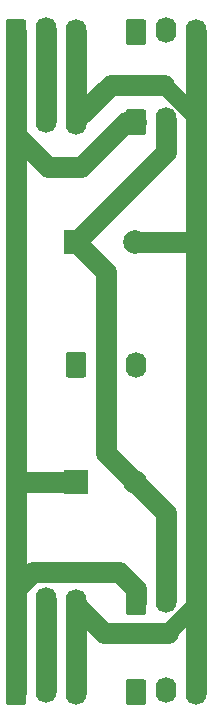
<source format=gbr>
G04 #@! TF.GenerationSoftware,KiCad,Pcbnew,(5.1.5-0-10_14)*
G04 #@! TF.CreationDate,2020-11-05T18:46:50+01:00*
G04 #@! TF.ProjectId,vm000-powerdist,766d3030-302d-4706-9f77-657264697374,rev?*
G04 #@! TF.SameCoordinates,Original*
G04 #@! TF.FileFunction,Copper,L2,Bot*
G04 #@! TF.FilePolarity,Positive*
%FSLAX46Y46*%
G04 Gerber Fmt 4.6, Leading zero omitted, Abs format (unit mm)*
G04 Created by KiCad (PCBNEW (5.1.5-0-10_14)) date 2020-11-05 18:46:50*
%MOMM*%
%LPD*%
G04 APERTURE LIST*
%ADD10C,2.000000*%
%ADD11R,2.000000X2.000000*%
%ADD12O,1.740000X2.200000*%
%ADD13C,0.100000*%
%ADD14C,1.800000*%
%ADD15C,1.500000*%
G04 APERTURE END LIST*
D10*
X165020000Y-78740000D03*
D11*
X160020000Y-78740000D03*
D10*
X165020000Y-99060000D03*
D11*
X160020000Y-99060000D03*
D12*
X165100000Y-89100000D03*
X162560000Y-88900000D03*
G04 #@! TA.AperFunction,ComponentPad*
D13*
G36*
X160664505Y-88001204D02*
G01*
X160688773Y-88004804D01*
X160712572Y-88010765D01*
X160735671Y-88019030D01*
X160757850Y-88029520D01*
X160778893Y-88042132D01*
X160798599Y-88056747D01*
X160816777Y-88073223D01*
X160833253Y-88091401D01*
X160847868Y-88111107D01*
X160860480Y-88132150D01*
X160870970Y-88154329D01*
X160879235Y-88177428D01*
X160885196Y-88201227D01*
X160888796Y-88225495D01*
X160890000Y-88249999D01*
X160890000Y-89950001D01*
X160888796Y-89974505D01*
X160885196Y-89998773D01*
X160879235Y-90022572D01*
X160870970Y-90045671D01*
X160860480Y-90067850D01*
X160847868Y-90088893D01*
X160833253Y-90108599D01*
X160816777Y-90126777D01*
X160798599Y-90143253D01*
X160778893Y-90157868D01*
X160757850Y-90170480D01*
X160735671Y-90180970D01*
X160712572Y-90189235D01*
X160688773Y-90195196D01*
X160664505Y-90198796D01*
X160640001Y-90200000D01*
X159399999Y-90200000D01*
X159375495Y-90198796D01*
X159351227Y-90195196D01*
X159327428Y-90189235D01*
X159304329Y-90180970D01*
X159282150Y-90170480D01*
X159261107Y-90157868D01*
X159241401Y-90143253D01*
X159223223Y-90126777D01*
X159206747Y-90108599D01*
X159192132Y-90088893D01*
X159179520Y-90067850D01*
X159169030Y-90045671D01*
X159160765Y-90022572D01*
X159154804Y-89998773D01*
X159151204Y-89974505D01*
X159150000Y-89950001D01*
X159150000Y-88249999D01*
X159151204Y-88225495D01*
X159154804Y-88201227D01*
X159160765Y-88177428D01*
X159169030Y-88154329D01*
X159179520Y-88132150D01*
X159192132Y-88111107D01*
X159206747Y-88091401D01*
X159223223Y-88073223D01*
X159241401Y-88056747D01*
X159261107Y-88042132D01*
X159282150Y-88029520D01*
X159304329Y-88019030D01*
X159327428Y-88010765D01*
X159351227Y-88004804D01*
X159375495Y-88001204D01*
X159399999Y-88000000D01*
X160640001Y-88000000D01*
X160664505Y-88001204D01*
G37*
G04 #@! TD.AperFunction*
D12*
X170180000Y-68580000D03*
X167640000Y-68380000D03*
G04 #@! TA.AperFunction,ComponentPad*
D13*
G36*
X165744505Y-67481204D02*
G01*
X165768773Y-67484804D01*
X165792572Y-67490765D01*
X165815671Y-67499030D01*
X165837850Y-67509520D01*
X165858893Y-67522132D01*
X165878599Y-67536747D01*
X165896777Y-67553223D01*
X165913253Y-67571401D01*
X165927868Y-67591107D01*
X165940480Y-67612150D01*
X165950970Y-67634329D01*
X165959235Y-67657428D01*
X165965196Y-67681227D01*
X165968796Y-67705495D01*
X165970000Y-67729999D01*
X165970000Y-69430001D01*
X165968796Y-69454505D01*
X165965196Y-69478773D01*
X165959235Y-69502572D01*
X165950970Y-69525671D01*
X165940480Y-69547850D01*
X165927868Y-69568893D01*
X165913253Y-69588599D01*
X165896777Y-69606777D01*
X165878599Y-69623253D01*
X165858893Y-69637868D01*
X165837850Y-69650480D01*
X165815671Y-69660970D01*
X165792572Y-69669235D01*
X165768773Y-69675196D01*
X165744505Y-69678796D01*
X165720001Y-69680000D01*
X164479999Y-69680000D01*
X164455495Y-69678796D01*
X164431227Y-69675196D01*
X164407428Y-69669235D01*
X164384329Y-69660970D01*
X164362150Y-69650480D01*
X164341107Y-69637868D01*
X164321401Y-69623253D01*
X164303223Y-69606777D01*
X164286747Y-69588599D01*
X164272132Y-69568893D01*
X164259520Y-69547850D01*
X164249030Y-69525671D01*
X164240765Y-69502572D01*
X164234804Y-69478773D01*
X164231204Y-69454505D01*
X164230000Y-69430001D01*
X164230000Y-67729999D01*
X164231204Y-67705495D01*
X164234804Y-67681227D01*
X164240765Y-67657428D01*
X164249030Y-67634329D01*
X164259520Y-67612150D01*
X164272132Y-67591107D01*
X164286747Y-67571401D01*
X164303223Y-67553223D01*
X164321401Y-67536747D01*
X164341107Y-67522132D01*
X164362150Y-67509520D01*
X164384329Y-67499030D01*
X164407428Y-67490765D01*
X164431227Y-67484804D01*
X164455495Y-67481204D01*
X164479999Y-67480000D01*
X165720001Y-67480000D01*
X165744505Y-67481204D01*
G37*
G04 #@! TD.AperFunction*
D12*
X160020000Y-116840000D03*
X157480000Y-116640000D03*
G04 #@! TA.AperFunction,ComponentPad*
D13*
G36*
X155584505Y-115741204D02*
G01*
X155608773Y-115744804D01*
X155632572Y-115750765D01*
X155655671Y-115759030D01*
X155677850Y-115769520D01*
X155698893Y-115782132D01*
X155718599Y-115796747D01*
X155736777Y-115813223D01*
X155753253Y-115831401D01*
X155767868Y-115851107D01*
X155780480Y-115872150D01*
X155790970Y-115894329D01*
X155799235Y-115917428D01*
X155805196Y-115941227D01*
X155808796Y-115965495D01*
X155810000Y-115989999D01*
X155810000Y-117690001D01*
X155808796Y-117714505D01*
X155805196Y-117738773D01*
X155799235Y-117762572D01*
X155790970Y-117785671D01*
X155780480Y-117807850D01*
X155767868Y-117828893D01*
X155753253Y-117848599D01*
X155736777Y-117866777D01*
X155718599Y-117883253D01*
X155698893Y-117897868D01*
X155677850Y-117910480D01*
X155655671Y-117920970D01*
X155632572Y-117929235D01*
X155608773Y-117935196D01*
X155584505Y-117938796D01*
X155560001Y-117940000D01*
X154319999Y-117940000D01*
X154295495Y-117938796D01*
X154271227Y-117935196D01*
X154247428Y-117929235D01*
X154224329Y-117920970D01*
X154202150Y-117910480D01*
X154181107Y-117897868D01*
X154161401Y-117883253D01*
X154143223Y-117866777D01*
X154126747Y-117848599D01*
X154112132Y-117828893D01*
X154099520Y-117807850D01*
X154089030Y-117785671D01*
X154080765Y-117762572D01*
X154074804Y-117738773D01*
X154071204Y-117714505D01*
X154070000Y-117690001D01*
X154070000Y-115989999D01*
X154071204Y-115965495D01*
X154074804Y-115941227D01*
X154080765Y-115917428D01*
X154089030Y-115894329D01*
X154099520Y-115872150D01*
X154112132Y-115851107D01*
X154126747Y-115831401D01*
X154143223Y-115813223D01*
X154161401Y-115796747D01*
X154181107Y-115782132D01*
X154202150Y-115769520D01*
X154224329Y-115759030D01*
X154247428Y-115750765D01*
X154271227Y-115744804D01*
X154295495Y-115741204D01*
X154319999Y-115740000D01*
X155560001Y-115740000D01*
X155584505Y-115741204D01*
G37*
G04 #@! TD.AperFunction*
D12*
X170180000Y-60960000D03*
X167640000Y-60760000D03*
G04 #@! TA.AperFunction,ComponentPad*
D13*
G36*
X165744505Y-59861204D02*
G01*
X165768773Y-59864804D01*
X165792572Y-59870765D01*
X165815671Y-59879030D01*
X165837850Y-59889520D01*
X165858893Y-59902132D01*
X165878599Y-59916747D01*
X165896777Y-59933223D01*
X165913253Y-59951401D01*
X165927868Y-59971107D01*
X165940480Y-59992150D01*
X165950970Y-60014329D01*
X165959235Y-60037428D01*
X165965196Y-60061227D01*
X165968796Y-60085495D01*
X165970000Y-60109999D01*
X165970000Y-61810001D01*
X165968796Y-61834505D01*
X165965196Y-61858773D01*
X165959235Y-61882572D01*
X165950970Y-61905671D01*
X165940480Y-61927850D01*
X165927868Y-61948893D01*
X165913253Y-61968599D01*
X165896777Y-61986777D01*
X165878599Y-62003253D01*
X165858893Y-62017868D01*
X165837850Y-62030480D01*
X165815671Y-62040970D01*
X165792572Y-62049235D01*
X165768773Y-62055196D01*
X165744505Y-62058796D01*
X165720001Y-62060000D01*
X164479999Y-62060000D01*
X164455495Y-62058796D01*
X164431227Y-62055196D01*
X164407428Y-62049235D01*
X164384329Y-62040970D01*
X164362150Y-62030480D01*
X164341107Y-62017868D01*
X164321401Y-62003253D01*
X164303223Y-61986777D01*
X164286747Y-61968599D01*
X164272132Y-61948893D01*
X164259520Y-61927850D01*
X164249030Y-61905671D01*
X164240765Y-61882572D01*
X164234804Y-61858773D01*
X164231204Y-61834505D01*
X164230000Y-61810001D01*
X164230000Y-60109999D01*
X164231204Y-60085495D01*
X164234804Y-60061227D01*
X164240765Y-60037428D01*
X164249030Y-60014329D01*
X164259520Y-59992150D01*
X164272132Y-59971107D01*
X164286747Y-59951401D01*
X164303223Y-59933223D01*
X164321401Y-59916747D01*
X164341107Y-59902132D01*
X164362150Y-59889520D01*
X164384329Y-59879030D01*
X164407428Y-59870765D01*
X164431227Y-59864804D01*
X164455495Y-59861204D01*
X164479999Y-59860000D01*
X165720001Y-59860000D01*
X165744505Y-59861204D01*
G37*
G04 #@! TD.AperFunction*
D12*
X170180000Y-116840000D03*
X167640000Y-116640000D03*
G04 #@! TA.AperFunction,ComponentPad*
D13*
G36*
X165744505Y-115741204D02*
G01*
X165768773Y-115744804D01*
X165792572Y-115750765D01*
X165815671Y-115759030D01*
X165837850Y-115769520D01*
X165858893Y-115782132D01*
X165878599Y-115796747D01*
X165896777Y-115813223D01*
X165913253Y-115831401D01*
X165927868Y-115851107D01*
X165940480Y-115872150D01*
X165950970Y-115894329D01*
X165959235Y-115917428D01*
X165965196Y-115941227D01*
X165968796Y-115965495D01*
X165970000Y-115989999D01*
X165970000Y-117690001D01*
X165968796Y-117714505D01*
X165965196Y-117738773D01*
X165959235Y-117762572D01*
X165950970Y-117785671D01*
X165940480Y-117807850D01*
X165927868Y-117828893D01*
X165913253Y-117848599D01*
X165896777Y-117866777D01*
X165878599Y-117883253D01*
X165858893Y-117897868D01*
X165837850Y-117910480D01*
X165815671Y-117920970D01*
X165792572Y-117929235D01*
X165768773Y-117935196D01*
X165744505Y-117938796D01*
X165720001Y-117940000D01*
X164479999Y-117940000D01*
X164455495Y-117938796D01*
X164431227Y-117935196D01*
X164407428Y-117929235D01*
X164384329Y-117920970D01*
X164362150Y-117910480D01*
X164341107Y-117897868D01*
X164321401Y-117883253D01*
X164303223Y-117866777D01*
X164286747Y-117848599D01*
X164272132Y-117828893D01*
X164259520Y-117807850D01*
X164249030Y-117785671D01*
X164240765Y-117762572D01*
X164234804Y-117738773D01*
X164231204Y-117714505D01*
X164230000Y-117690001D01*
X164230000Y-115989999D01*
X164231204Y-115965495D01*
X164234804Y-115941227D01*
X164240765Y-115917428D01*
X164249030Y-115894329D01*
X164259520Y-115872150D01*
X164272132Y-115851107D01*
X164286747Y-115831401D01*
X164303223Y-115813223D01*
X164321401Y-115796747D01*
X164341107Y-115782132D01*
X164362150Y-115769520D01*
X164384329Y-115759030D01*
X164407428Y-115750765D01*
X164431227Y-115744804D01*
X164455495Y-115741204D01*
X164479999Y-115740000D01*
X165720001Y-115740000D01*
X165744505Y-115741204D01*
G37*
G04 #@! TD.AperFunction*
D12*
X160020000Y-68580000D03*
X157480000Y-68380000D03*
G04 #@! TA.AperFunction,ComponentPad*
D13*
G36*
X155584505Y-67481204D02*
G01*
X155608773Y-67484804D01*
X155632572Y-67490765D01*
X155655671Y-67499030D01*
X155677850Y-67509520D01*
X155698893Y-67522132D01*
X155718599Y-67536747D01*
X155736777Y-67553223D01*
X155753253Y-67571401D01*
X155767868Y-67591107D01*
X155780480Y-67612150D01*
X155790970Y-67634329D01*
X155799235Y-67657428D01*
X155805196Y-67681227D01*
X155808796Y-67705495D01*
X155810000Y-67729999D01*
X155810000Y-69430001D01*
X155808796Y-69454505D01*
X155805196Y-69478773D01*
X155799235Y-69502572D01*
X155790970Y-69525671D01*
X155780480Y-69547850D01*
X155767868Y-69568893D01*
X155753253Y-69588599D01*
X155736777Y-69606777D01*
X155718599Y-69623253D01*
X155698893Y-69637868D01*
X155677850Y-69650480D01*
X155655671Y-69660970D01*
X155632572Y-69669235D01*
X155608773Y-69675196D01*
X155584505Y-69678796D01*
X155560001Y-69680000D01*
X154319999Y-69680000D01*
X154295495Y-69678796D01*
X154271227Y-69675196D01*
X154247428Y-69669235D01*
X154224329Y-69660970D01*
X154202150Y-69650480D01*
X154181107Y-69637868D01*
X154161401Y-69623253D01*
X154143223Y-69606777D01*
X154126747Y-69588599D01*
X154112132Y-69568893D01*
X154099520Y-69547850D01*
X154089030Y-69525671D01*
X154080765Y-69502572D01*
X154074804Y-69478773D01*
X154071204Y-69454505D01*
X154070000Y-69430001D01*
X154070000Y-67729999D01*
X154071204Y-67705495D01*
X154074804Y-67681227D01*
X154080765Y-67657428D01*
X154089030Y-67634329D01*
X154099520Y-67612150D01*
X154112132Y-67591107D01*
X154126747Y-67571401D01*
X154143223Y-67553223D01*
X154161401Y-67536747D01*
X154181107Y-67522132D01*
X154202150Y-67509520D01*
X154224329Y-67499030D01*
X154247428Y-67490765D01*
X154271227Y-67484804D01*
X154295495Y-67481204D01*
X154319999Y-67480000D01*
X155560001Y-67480000D01*
X155584505Y-67481204D01*
G37*
G04 #@! TD.AperFunction*
D12*
X170180000Y-109220000D03*
X167640000Y-109020000D03*
G04 #@! TA.AperFunction,ComponentPad*
D13*
G36*
X165744505Y-108121204D02*
G01*
X165768773Y-108124804D01*
X165792572Y-108130765D01*
X165815671Y-108139030D01*
X165837850Y-108149520D01*
X165858893Y-108162132D01*
X165878599Y-108176747D01*
X165896777Y-108193223D01*
X165913253Y-108211401D01*
X165927868Y-108231107D01*
X165940480Y-108252150D01*
X165950970Y-108274329D01*
X165959235Y-108297428D01*
X165965196Y-108321227D01*
X165968796Y-108345495D01*
X165970000Y-108369999D01*
X165970000Y-110070001D01*
X165968796Y-110094505D01*
X165965196Y-110118773D01*
X165959235Y-110142572D01*
X165950970Y-110165671D01*
X165940480Y-110187850D01*
X165927868Y-110208893D01*
X165913253Y-110228599D01*
X165896777Y-110246777D01*
X165878599Y-110263253D01*
X165858893Y-110277868D01*
X165837850Y-110290480D01*
X165815671Y-110300970D01*
X165792572Y-110309235D01*
X165768773Y-110315196D01*
X165744505Y-110318796D01*
X165720001Y-110320000D01*
X164479999Y-110320000D01*
X164455495Y-110318796D01*
X164431227Y-110315196D01*
X164407428Y-110309235D01*
X164384329Y-110300970D01*
X164362150Y-110290480D01*
X164341107Y-110277868D01*
X164321401Y-110263253D01*
X164303223Y-110246777D01*
X164286747Y-110228599D01*
X164272132Y-110208893D01*
X164259520Y-110187850D01*
X164249030Y-110165671D01*
X164240765Y-110142572D01*
X164234804Y-110118773D01*
X164231204Y-110094505D01*
X164230000Y-110070001D01*
X164230000Y-108369999D01*
X164231204Y-108345495D01*
X164234804Y-108321227D01*
X164240765Y-108297428D01*
X164249030Y-108274329D01*
X164259520Y-108252150D01*
X164272132Y-108231107D01*
X164286747Y-108211401D01*
X164303223Y-108193223D01*
X164321401Y-108176747D01*
X164341107Y-108162132D01*
X164362150Y-108149520D01*
X164384329Y-108139030D01*
X164407428Y-108130765D01*
X164431227Y-108124804D01*
X164455495Y-108121204D01*
X164479999Y-108120000D01*
X165720001Y-108120000D01*
X165744505Y-108121204D01*
G37*
G04 #@! TD.AperFunction*
D12*
X160020000Y-60960000D03*
X157480000Y-60760000D03*
G04 #@! TA.AperFunction,ComponentPad*
D13*
G36*
X155584505Y-59861204D02*
G01*
X155608773Y-59864804D01*
X155632572Y-59870765D01*
X155655671Y-59879030D01*
X155677850Y-59889520D01*
X155698893Y-59902132D01*
X155718599Y-59916747D01*
X155736777Y-59933223D01*
X155753253Y-59951401D01*
X155767868Y-59971107D01*
X155780480Y-59992150D01*
X155790970Y-60014329D01*
X155799235Y-60037428D01*
X155805196Y-60061227D01*
X155808796Y-60085495D01*
X155810000Y-60109999D01*
X155810000Y-61810001D01*
X155808796Y-61834505D01*
X155805196Y-61858773D01*
X155799235Y-61882572D01*
X155790970Y-61905671D01*
X155780480Y-61927850D01*
X155767868Y-61948893D01*
X155753253Y-61968599D01*
X155736777Y-61986777D01*
X155718599Y-62003253D01*
X155698893Y-62017868D01*
X155677850Y-62030480D01*
X155655671Y-62040970D01*
X155632572Y-62049235D01*
X155608773Y-62055196D01*
X155584505Y-62058796D01*
X155560001Y-62060000D01*
X154319999Y-62060000D01*
X154295495Y-62058796D01*
X154271227Y-62055196D01*
X154247428Y-62049235D01*
X154224329Y-62040970D01*
X154202150Y-62030480D01*
X154181107Y-62017868D01*
X154161401Y-62003253D01*
X154143223Y-61986777D01*
X154126747Y-61968599D01*
X154112132Y-61948893D01*
X154099520Y-61927850D01*
X154089030Y-61905671D01*
X154080765Y-61882572D01*
X154074804Y-61858773D01*
X154071204Y-61834505D01*
X154070000Y-61810001D01*
X154070000Y-60109999D01*
X154071204Y-60085495D01*
X154074804Y-60061227D01*
X154080765Y-60037428D01*
X154089030Y-60014329D01*
X154099520Y-59992150D01*
X154112132Y-59971107D01*
X154126747Y-59951401D01*
X154143223Y-59933223D01*
X154161401Y-59916747D01*
X154181107Y-59902132D01*
X154202150Y-59889520D01*
X154224329Y-59879030D01*
X154247428Y-59870765D01*
X154271227Y-59864804D01*
X154295495Y-59861204D01*
X154319999Y-59860000D01*
X155560001Y-59860000D01*
X155584505Y-59861204D01*
G37*
G04 #@! TD.AperFunction*
D12*
X160020000Y-109220000D03*
X157480000Y-109020000D03*
G04 #@! TA.AperFunction,ComponentPad*
D13*
G36*
X155584505Y-108121204D02*
G01*
X155608773Y-108124804D01*
X155632572Y-108130765D01*
X155655671Y-108139030D01*
X155677850Y-108149520D01*
X155698893Y-108162132D01*
X155718599Y-108176747D01*
X155736777Y-108193223D01*
X155753253Y-108211401D01*
X155767868Y-108231107D01*
X155780480Y-108252150D01*
X155790970Y-108274329D01*
X155799235Y-108297428D01*
X155805196Y-108321227D01*
X155808796Y-108345495D01*
X155810000Y-108369999D01*
X155810000Y-110070001D01*
X155808796Y-110094505D01*
X155805196Y-110118773D01*
X155799235Y-110142572D01*
X155790970Y-110165671D01*
X155780480Y-110187850D01*
X155767868Y-110208893D01*
X155753253Y-110228599D01*
X155736777Y-110246777D01*
X155718599Y-110263253D01*
X155698893Y-110277868D01*
X155677850Y-110290480D01*
X155655671Y-110300970D01*
X155632572Y-110309235D01*
X155608773Y-110315196D01*
X155584505Y-110318796D01*
X155560001Y-110320000D01*
X154319999Y-110320000D01*
X154295495Y-110318796D01*
X154271227Y-110315196D01*
X154247428Y-110309235D01*
X154224329Y-110300970D01*
X154202150Y-110290480D01*
X154181107Y-110277868D01*
X154161401Y-110263253D01*
X154143223Y-110246777D01*
X154126747Y-110228599D01*
X154112132Y-110208893D01*
X154099520Y-110187850D01*
X154089030Y-110165671D01*
X154080765Y-110142572D01*
X154074804Y-110118773D01*
X154071204Y-110094505D01*
X154070000Y-110070001D01*
X154070000Y-108369999D01*
X154071204Y-108345495D01*
X154074804Y-108321227D01*
X154080765Y-108297428D01*
X154089030Y-108274329D01*
X154099520Y-108252150D01*
X154112132Y-108231107D01*
X154126747Y-108211401D01*
X154143223Y-108193223D01*
X154161401Y-108176747D01*
X154181107Y-108162132D01*
X154202150Y-108149520D01*
X154224329Y-108139030D01*
X154247428Y-108130765D01*
X154271227Y-108124804D01*
X154295495Y-108121204D01*
X154319999Y-108120000D01*
X155560001Y-108120000D01*
X155584505Y-108121204D01*
G37*
G04 #@! TD.AperFunction*
D14*
X157480000Y-68380000D02*
X157480000Y-60760000D01*
X167640000Y-71120000D02*
X160020000Y-78740000D01*
X167640000Y-68380000D02*
X167640000Y-71120000D01*
X162560000Y-81280000D02*
X162560000Y-88900000D01*
X160020000Y-78740000D02*
X162560000Y-81280000D01*
X162560000Y-96600000D02*
X165020000Y-99060000D01*
X162560000Y-88900000D02*
X162560000Y-96600000D01*
X167640000Y-101680000D02*
X165020000Y-99060000D01*
X167640000Y-109020000D02*
X167640000Y-101680000D01*
X157480000Y-116640000D02*
X157480000Y-109020000D01*
X164230000Y-68580000D02*
X160420000Y-72390000D01*
X165100000Y-68580000D02*
X164230000Y-68580000D01*
X154940000Y-69680000D02*
X154940000Y-68580000D01*
X157650000Y-72390000D02*
X154940000Y-69680000D01*
X160420000Y-72390000D02*
X157650000Y-72390000D01*
X165100000Y-108120000D02*
X163660000Y-106680000D01*
X165100000Y-109220000D02*
X165100000Y-108120000D01*
X154940000Y-108120000D02*
X154940000Y-109220000D01*
X156380000Y-106680000D02*
X154940000Y-108120000D01*
X163660000Y-106680000D02*
X156380000Y-106680000D01*
X154940000Y-116840000D02*
X154940000Y-109220000D01*
X160020000Y-99060000D02*
X154940000Y-99060000D01*
X154940000Y-99060000D02*
X154940000Y-60960000D01*
X154940000Y-109220000D02*
X154940000Y-99060000D01*
X170180000Y-68116118D02*
X170180000Y-68580000D01*
D15*
X167468882Y-65405000D02*
X170180000Y-68116118D01*
D14*
X162965000Y-65405000D02*
X167468882Y-65405000D01*
X160020000Y-68350000D02*
X162965000Y-65405000D01*
X160020000Y-68580000D02*
X160020000Y-68350000D01*
D15*
X167810000Y-111820000D02*
X170180000Y-109450000D01*
D14*
X162390000Y-111820000D02*
X167810000Y-111820000D01*
X170180000Y-109450000D02*
X170180000Y-109220000D01*
X160020000Y-109450000D02*
X162390000Y-111820000D01*
X160020000Y-109220000D02*
X160020000Y-109450000D01*
X170180000Y-116840000D02*
X170180000Y-60960000D01*
X160020000Y-60960000D02*
X160020000Y-68580000D01*
X160020000Y-116840000D02*
X160020000Y-109220000D01*
X165020000Y-78740000D02*
X170180000Y-78740000D01*
M02*

</source>
